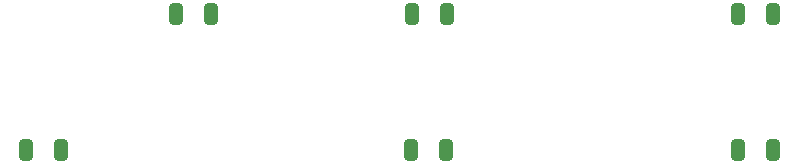
<source format=gbp>
G04 #@! TF.GenerationSoftware,KiCad,Pcbnew,7.0.1-0*
G04 #@! TF.CreationDate,2023-05-14T20:02:35+01:00*
G04 #@! TF.ProjectId,MegaCD-Connect BD Remake,4d656761-4344-42d4-936f-6e6e65637420,rev?*
G04 #@! TF.SameCoordinates,Original*
G04 #@! TF.FileFunction,Paste,Bot*
G04 #@! TF.FilePolarity,Positive*
%FSLAX46Y46*%
G04 Gerber Fmt 4.6, Leading zero omitted, Abs format (unit mm)*
G04 Created by KiCad (PCBNEW 7.0.1-0) date 2023-05-14 20:02:35*
%MOMM*%
%LPD*%
G01*
G04 APERTURE LIST*
G04 Aperture macros list*
%AMRoundRect*
0 Rectangle with rounded corners*
0 $1 Rounding radius*
0 $2 $3 $4 $5 $6 $7 $8 $9 X,Y pos of 4 corners*
0 Add a 4 corners polygon primitive as box body*
4,1,4,$2,$3,$4,$5,$6,$7,$8,$9,$2,$3,0*
0 Add four circle primitives for the rounded corners*
1,1,$1+$1,$2,$3*
1,1,$1+$1,$4,$5*
1,1,$1+$1,$6,$7*
1,1,$1+$1,$8,$9*
0 Add four rect primitives between the rounded corners*
20,1,$1+$1,$2,$3,$4,$5,0*
20,1,$1+$1,$4,$5,$6,$7,0*
20,1,$1+$1,$6,$7,$8,$9,0*
20,1,$1+$1,$8,$9,$2,$3,0*%
G04 Aperture macros list end*
%ADD10RoundRect,0.250000X-0.325000X-0.650000X0.325000X-0.650000X0.325000X0.650000X-0.325000X0.650000X0*%
G04 APERTURE END LIST*
D10*
X173609000Y-90805000D03*
X176559000Y-90805000D03*
X125989000Y-90805000D03*
X128939000Y-90805000D03*
X145972000Y-90805000D03*
X148922000Y-90805000D03*
X145923000Y-102362000D03*
X148873000Y-102362000D03*
X113289000Y-102362000D03*
X116239000Y-102362000D03*
X173609000Y-102362000D03*
X176559000Y-102362000D03*
M02*

</source>
